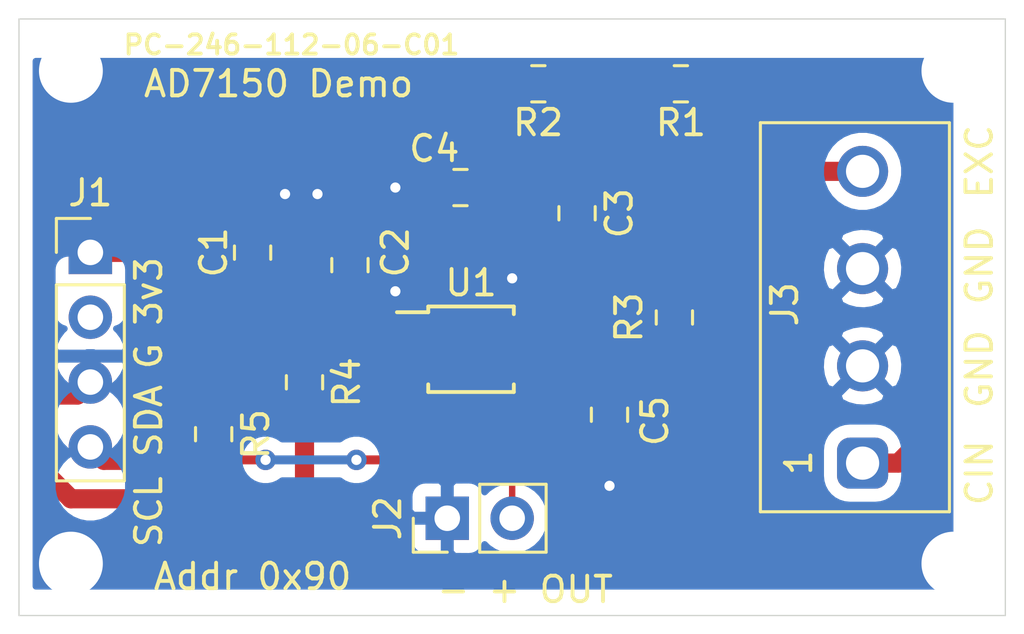
<source format=kicad_pcb>
(kicad_pcb (version 20171130) (host pcbnew "(5.1.6)-1")

  (general
    (thickness 1.6)
    (drawings 16)
    (tracks 100)
    (zones 0)
    (modules 18)
    (nets 14)
  )

  (page A4)
  (layers
    (0 F.Cu signal)
    (31 B.Cu signal)
    (32 B.Adhes user hide)
    (33 F.Adhes user hide)
    (34 B.Paste user hide)
    (35 F.Paste user hide)
    (36 B.SilkS user hide)
    (37 F.SilkS user)
    (38 B.Mask user hide)
    (39 F.Mask user hide)
    (40 Dwgs.User user hide)
    (41 Cmts.User user hide)
    (42 Eco1.User user hide)
    (43 Eco2.User user hide)
    (44 Edge.Cuts user)
    (45 Margin user hide)
    (46 B.CrtYd user hide)
    (47 F.CrtYd user hide)
    (48 B.Fab user hide)
    (49 F.Fab user hide)
  )

  (setup
    (last_trace_width 0.75)
    (user_trace_width 0.35)
    (user_trace_width 0.5)
    (user_trace_width 0.75)
    (trace_clearance 0.2)
    (zone_clearance 0.508)
    (zone_45_only no)
    (trace_min 0.2)
    (via_size 0.8)
    (via_drill 0.4)
    (via_min_size 0.4)
    (via_min_drill 0.3)
    (uvia_size 0.3)
    (uvia_drill 0.1)
    (uvias_allowed no)
    (uvia_min_size 0.2)
    (uvia_min_drill 0.1)
    (edge_width 0.05)
    (segment_width 0.2)
    (pcb_text_width 0.3)
    (pcb_text_size 1.5 1.5)
    (mod_edge_width 0.12)
    (mod_text_size 1 1)
    (mod_text_width 0.15)
    (pad_size 1.7 1.7)
    (pad_drill 1)
    (pad_to_mask_clearance 0.05)
    (aux_axis_origin 0 0)
    (visible_elements 7FFFFFFF)
    (pcbplotparams
      (layerselection 0x000a8_ffffffff)
      (usegerberextensions false)
      (usegerberattributes true)
      (usegerberadvancedattributes true)
      (creategerberjobfile true)
      (excludeedgelayer false)
      (linewidth 0.100000)
      (plotframeref false)
      (viasonmask false)
      (mode 1)
      (useauxorigin false)
      (hpglpennumber 1)
      (hpglpenspeed 20)
      (hpglpendiameter 15.000000)
      (psnegative false)
      (psa4output false)
      (plotreference true)
      (plotvalue true)
      (plotinvisibletext false)
      (padsonsilk false)
      (subtractmaskfromsilk false)
      (outputformat 4)
      (mirror false)
      (drillshape 2)
      (scaleselection 1)
      (outputdirectory ""))
  )

  (net 0 "")
  (net 1 "Net-(C1-Pad2)")
  (net 2 "Net-(C3-Pad1)")
  (net 3 "Net-(C4-Pad1)")
  (net 4 "Net-(C5-Pad1)")
  (net 5 "Net-(J1-Pad4)")
  (net 6 "Net-(J1-Pad3)")
  (net 7 "Net-(J3-Pad4)")
  (net 8 "Net-(J3-Pad1)")
  (net 9 "Net-(U1-Pad8)")
  (net 10 "Net-(J2-Pad2)")
  (net 11 "Net-(U1-Pad5)")
  (net 12 "Net-(U1-Pad3)")
  (net 13 "Net-(C1-Pad1)")

  (net_class Default "This is the default net class."
    (clearance 0.2)
    (trace_width 0.25)
    (via_dia 0.8)
    (via_drill 0.4)
    (uvia_dia 0.3)
    (uvia_drill 0.1)
    (add_net "Net-(C1-Pad1)")
    (add_net "Net-(C1-Pad2)")
    (add_net "Net-(C3-Pad1)")
    (add_net "Net-(C4-Pad1)")
    (add_net "Net-(C5-Pad1)")
    (add_net "Net-(J1-Pad3)")
    (add_net "Net-(J1-Pad4)")
    (add_net "Net-(J2-Pad2)")
    (add_net "Net-(J3-Pad1)")
    (add_net "Net-(J3-Pad4)")
    (add_net "Net-(U1-Pad3)")
    (add_net "Net-(U1-Pad5)")
    (add_net "Net-(U1-Pad8)")
  )

  (module MountingHole:MountingHole_2.5mm (layer F.Cu) (tedit 56D1B4CB) (tstamp 612D5591)
    (at 84.328 89.408)
    (descr "Mounting Hole 2.5mm, no annular")
    (tags "mounting hole 2.5mm no annular")
    (attr virtual)
    (fp_text reference REF** (at 0 3.556) (layer Dwgs.User)
      (effects (font (size 1 1) (thickness 0.15)))
    )
    (fp_text value MountingHole_2.5mm (at 0 3.5) (layer F.Fab)
      (effects (font (size 1 1) (thickness 0.15)))
    )
    (fp_text user %R (at 0.3 0) (layer F.Fab)
      (effects (font (size 1 1) (thickness 0.15)))
    )
    (fp_circle (center 0 0) (end 2.5 0) (layer Cmts.User) (width 0.15))
    (fp_circle (center 0 0) (end 2.75 0) (layer F.CrtYd) (width 0.05))
    (pad 1 np_thru_hole circle (at 0 0) (size 2.5 2.5) (drill 2.5) (layers *.Cu *.Mask))
  )

  (module MountingHole:MountingHole_2.5mm (layer F.Cu) (tedit 56D1B4CB) (tstamp 612D5574)
    (at 118.872 89.408)
    (descr "Mounting Hole 2.5mm, no annular")
    (tags "mounting hole 2.5mm no annular")
    (attr virtual)
    (fp_text reference REF** (at 0 3.556) (layer Dwgs.User)
      (effects (font (size 1 1) (thickness 0.15)))
    )
    (fp_text value MountingHole_2.5mm (at 0 3.5) (layer F.Fab)
      (effects (font (size 1 1) (thickness 0.15)))
    )
    (fp_text user %R (at 0.3 0) (layer F.Fab)
      (effects (font (size 1 1) (thickness 0.15)))
    )
    (fp_circle (center 0 0) (end 2.5 0) (layer Cmts.User) (width 0.15))
    (fp_circle (center 0 0) (end 2.75 0) (layer F.CrtYd) (width 0.05))
    (pad 1 np_thru_hole circle (at 0 0) (size 2.5 2.5) (drill 2.5) (layers *.Cu *.Mask))
  )

  (module MountingHole:MountingHole_2.5mm (layer F.Cu) (tedit 56D1B4CB) (tstamp 612D5557)
    (at 118.872 70.104)
    (descr "Mounting Hole 2.5mm, no annular")
    (tags "mounting hole 2.5mm no annular")
    (attr virtual)
    (fp_text reference REF** (at 0 -3.5) (layer Dwgs.User)
      (effects (font (size 1 1) (thickness 0.15)))
    )
    (fp_text value MountingHole_2.5mm (at 0 3.5) (layer F.Fab)
      (effects (font (size 1 1) (thickness 0.15)))
    )
    (fp_text user %R (at 0.3 0) (layer F.Fab)
      (effects (font (size 1 1) (thickness 0.15)))
    )
    (fp_circle (center 0 0) (end 2.5 0) (layer Cmts.User) (width 0.15))
    (fp_circle (center 0 0) (end 2.75 0) (layer F.CrtYd) (width 0.05))
    (pad 1 np_thru_hole circle (at 0 0) (size 2.5 2.5) (drill 2.5) (layers *.Cu *.Mask))
  )

  (module MountingHole:MountingHole_2.5mm (layer F.Cu) (tedit 56D1B4CB) (tstamp 612D5518)
    (at 84.328 70.104)
    (descr "Mounting Hole 2.5mm, no annular")
    (tags "mounting hole 2.5mm no annular")
    (attr virtual)
    (fp_text reference REF** (at 0 -3.5) (layer Dwgs.User)
      (effects (font (size 1 1) (thickness 0.15)))
    )
    (fp_text value MountingHole_2.5mm (at 0 3.5) (layer F.Fab)
      (effects (font (size 1 1) (thickness 0.15)))
    )
    (fp_text user %R (at 0.3 0) (layer F.Fab)
      (effects (font (size 1 1) (thickness 0.15)))
    )
    (fp_circle (center 0 0) (end 2.5 0) (layer Cmts.User) (width 0.15))
    (fp_circle (center 0 0) (end 2.75 0) (layer F.CrtYd) (width 0.05))
    (pad 1 np_thru_hole circle (at 0 0) (size 2.5 2.5) (drill 2.5) (layers *.Cu *.Mask))
  )

  (module Resistor_SMD:R_0805_2012Metric_Pad1.15x1.40mm_HandSolder (layer F.Cu) (tedit 5B36C52B) (tstamp 612A783E)
    (at 108.204 70.612)
    (descr "Resistor SMD 0805 (2012 Metric), square (rectangular) end terminal, IPC_7351 nominal with elongated pad for handsoldering. (Body size source: https://docs.google.com/spreadsheets/d/1BsfQQcO9C6DZCsRaXUlFlo91Tg2WpOkGARC1WS5S8t0/edit?usp=sharing), generated with kicad-footprint-generator")
    (tags "resistor handsolder")
    (path /612A5258)
    (attr smd)
    (fp_text reference R1 (at 0 1.524) (layer F.SilkS)
      (effects (font (size 1 1) (thickness 0.15)))
    )
    (fp_text value 39k (at 0 1.65) (layer F.Fab)
      (effects (font (size 1 1) (thickness 0.15)))
    )
    (fp_line (start 1.85 0.95) (end -1.85 0.95) (layer F.CrtYd) (width 0.05))
    (fp_line (start 1.85 -0.95) (end 1.85 0.95) (layer F.CrtYd) (width 0.05))
    (fp_line (start -1.85 -0.95) (end 1.85 -0.95) (layer F.CrtYd) (width 0.05))
    (fp_line (start -1.85 0.95) (end -1.85 -0.95) (layer F.CrtYd) (width 0.05))
    (fp_line (start -0.261252 0.71) (end 0.261252 0.71) (layer F.SilkS) (width 0.12))
    (fp_line (start -0.261252 -0.71) (end 0.261252 -0.71) (layer F.SilkS) (width 0.12))
    (fp_line (start 1 0.6) (end -1 0.6) (layer F.Fab) (width 0.1))
    (fp_line (start 1 -0.6) (end 1 0.6) (layer F.Fab) (width 0.1))
    (fp_line (start -1 -0.6) (end 1 -0.6) (layer F.Fab) (width 0.1))
    (fp_line (start -1 0.6) (end -1 -0.6) (layer F.Fab) (width 0.1))
    (fp_text user %R (at 0 0) (layer F.Fab)
      (effects (font (size 0.5 0.5) (thickness 0.08)))
    )
    (pad 2 smd roundrect (at 1.025 0) (size 1.15 1.4) (layers F.Cu F.Paste F.Mask) (roundrect_rratio 0.217391)
      (net 8 "Net-(J3-Pad1)"))
    (pad 1 smd roundrect (at -1.025 0) (size 1.15 1.4) (layers F.Cu F.Paste F.Mask) (roundrect_rratio 0.217391)
      (net 2 "Net-(C3-Pad1)"))
    (model ${KISYS3DMOD}/Resistor_SMD.3dshapes/R_0805_2012Metric.wrl
      (at (xyz 0 0 0))
      (scale (xyz 1 1 1))
      (rotate (xyz 0 0 0))
    )
  )

  (module Package_SO:MSOP-10_3x3mm_P0.5mm (layer F.Cu) (tedit 5A02F25C) (tstamp 612A78A1)
    (at 99.99 81.01)
    (descr "10-Lead Plastic Micro Small Outline Package (MS) [MSOP] (see Microchip Packaging Specification 00000049BS.pdf)")
    (tags "SSOP 0.5")
    (path /6129718A)
    (attr smd)
    (fp_text reference U1 (at 0 -2.6) (layer F.SilkS)
      (effects (font (size 1 1) (thickness 0.15)))
    )
    (fp_text value AD7151 (at 0 2.6) (layer F.Fab)
      (effects (font (size 1 1) (thickness 0.15)))
    )
    (fp_line (start -1.675 -1.45) (end -2.9 -1.45) (layer F.SilkS) (width 0.15))
    (fp_line (start -1.675 1.675) (end 1.675 1.675) (layer F.SilkS) (width 0.15))
    (fp_line (start -1.675 -1.675) (end 1.675 -1.675) (layer F.SilkS) (width 0.15))
    (fp_line (start -1.675 1.675) (end -1.675 1.375) (layer F.SilkS) (width 0.15))
    (fp_line (start 1.675 1.675) (end 1.675 1.375) (layer F.SilkS) (width 0.15))
    (fp_line (start 1.675 -1.675) (end 1.675 -1.375) (layer F.SilkS) (width 0.15))
    (fp_line (start -1.675 -1.675) (end -1.675 -1.45) (layer F.SilkS) (width 0.15))
    (fp_line (start -3.15 1.85) (end 3.15 1.85) (layer F.CrtYd) (width 0.05))
    (fp_line (start -3.15 -1.85) (end 3.15 -1.85) (layer F.CrtYd) (width 0.05))
    (fp_line (start 3.15 -1.85) (end 3.15 1.85) (layer F.CrtYd) (width 0.05))
    (fp_line (start -3.15 -1.85) (end -3.15 1.85) (layer F.CrtYd) (width 0.05))
    (fp_line (start -1.5 -0.5) (end -0.5 -1.5) (layer F.Fab) (width 0.15))
    (fp_line (start -1.5 1.5) (end -1.5 -0.5) (layer F.Fab) (width 0.15))
    (fp_line (start 1.5 1.5) (end -1.5 1.5) (layer F.Fab) (width 0.15))
    (fp_line (start 1.5 -1.5) (end 1.5 1.5) (layer F.Fab) (width 0.15))
    (fp_line (start -0.5 -1.5) (end 1.5 -1.5) (layer F.Fab) (width 0.15))
    (fp_text user %R (at 0 0) (layer F.Fab)
      (effects (font (size 0.6 0.6) (thickness 0.15)))
    )
    (pad 10 smd rect (at 2.2 -1) (size 1.4 0.3) (layers F.Cu F.Paste F.Mask)
      (net 6 "Net-(J1-Pad3)"))
    (pad 9 smd rect (at 2.2 -0.5) (size 1.4 0.3) (layers F.Cu F.Paste F.Mask)
      (net 5 "Net-(J1-Pad4)"))
    (pad 8 smd rect (at 2.2 0) (size 1.4 0.3) (layers F.Cu F.Paste F.Mask)
      (net 9 "Net-(U1-Pad8)"))
    (pad 7 smd rect (at 2.2 0.5) (size 1.4 0.3) (layers F.Cu F.Paste F.Mask)
      (net 10 "Net-(J2-Pad2)"))
    (pad 6 smd rect (at 2.2 1) (size 1.4 0.3) (layers F.Cu F.Paste F.Mask)
      (net 4 "Net-(C5-Pad1)"))
    (pad 5 smd rect (at -2.2 1) (size 1.4 0.3) (layers F.Cu F.Paste F.Mask)
      (net 11 "Net-(U1-Pad5)"))
    (pad 4 smd rect (at -2.2 0.5) (size 1.4 0.3) (layers F.Cu F.Paste F.Mask)
      (net 3 "Net-(C4-Pad1)"))
    (pad 3 smd rect (at -2.2 0) (size 1.4 0.3) (layers F.Cu F.Paste F.Mask)
      (net 12 "Net-(U1-Pad3)"))
    (pad 2 smd rect (at -2.2 -0.5) (size 1.4 0.3) (layers F.Cu F.Paste F.Mask)
      (net 1 "Net-(C1-Pad2)"))
    (pad 1 smd rect (at -2.2 -1) (size 1.4 0.3) (layers F.Cu F.Paste F.Mask)
      (net 13 "Net-(C1-Pad1)"))
    (model ${KISYS3DMOD}/Package_SO.3dshapes/MSOP-10_3x3mm_P0.5mm.wrl
      (at (xyz 0 0 0))
      (scale (xyz 1 1 1))
      (rotate (xyz 0 0 0))
    )
  )

  (module Resistor_SMD:R_0805_2012Metric_Pad1.15x1.40mm_HandSolder (layer F.Cu) (tedit 5B36C52B) (tstamp 612A7882)
    (at 89.916 84.337 270)
    (descr "Resistor SMD 0805 (2012 Metric), square (rectangular) end terminal, IPC_7351 nominal with elongated pad for handsoldering. (Body size source: https://docs.google.com/spreadsheets/d/1BsfQQcO9C6DZCsRaXUlFlo91Tg2WpOkGARC1WS5S8t0/edit?usp=sharing), generated with kicad-footprint-generator")
    (tags "resistor handsolder")
    (path /612B70BC)
    (attr smd)
    (fp_text reference R5 (at 0 -1.65 90) (layer F.SilkS)
      (effects (font (size 1 1) (thickness 0.15)))
    )
    (fp_text value 10k (at 0 1.65 90) (layer F.Fab)
      (effects (font (size 1 1) (thickness 0.15)))
    )
    (fp_line (start 1.85 0.95) (end -1.85 0.95) (layer F.CrtYd) (width 0.05))
    (fp_line (start 1.85 -0.95) (end 1.85 0.95) (layer F.CrtYd) (width 0.05))
    (fp_line (start -1.85 -0.95) (end 1.85 -0.95) (layer F.CrtYd) (width 0.05))
    (fp_line (start -1.85 0.95) (end -1.85 -0.95) (layer F.CrtYd) (width 0.05))
    (fp_line (start -0.261252 0.71) (end 0.261252 0.71) (layer F.SilkS) (width 0.12))
    (fp_line (start -0.261252 -0.71) (end 0.261252 -0.71) (layer F.SilkS) (width 0.12))
    (fp_line (start 1 0.6) (end -1 0.6) (layer F.Fab) (width 0.1))
    (fp_line (start 1 -0.6) (end 1 0.6) (layer F.Fab) (width 0.1))
    (fp_line (start -1 -0.6) (end 1 -0.6) (layer F.Fab) (width 0.1))
    (fp_line (start -1 0.6) (end -1 -0.6) (layer F.Fab) (width 0.1))
    (fp_text user %R (at 0 0 90) (layer F.Fab)
      (effects (font (size 0.5 0.5) (thickness 0.08)))
    )
    (pad 2 smd roundrect (at 1.025 0 270) (size 1.15 1.4) (layers F.Cu F.Paste F.Mask) (roundrect_rratio 0.217391)
      (net 5 "Net-(J1-Pad4)"))
    (pad 1 smd roundrect (at -1.025 0 270) (size 1.15 1.4) (layers F.Cu F.Paste F.Mask) (roundrect_rratio 0.217391)
      (net 1 "Net-(C1-Pad2)"))
    (model ${KISYS3DMOD}/Resistor_SMD.3dshapes/R_0805_2012Metric.wrl
      (at (xyz 0 0 0))
      (scale (xyz 1 1 1))
      (rotate (xyz 0 0 0))
    )
  )

  (module Resistor_SMD:R_0805_2012Metric_Pad1.15x1.40mm_HandSolder (layer F.Cu) (tedit 5B36C52B) (tstamp 612A7871)
    (at 93.472 82.305 270)
    (descr "Resistor SMD 0805 (2012 Metric), square (rectangular) end terminal, IPC_7351 nominal with elongated pad for handsoldering. (Body size source: https://docs.google.com/spreadsheets/d/1BsfQQcO9C6DZCsRaXUlFlo91Tg2WpOkGARC1WS5S8t0/edit?usp=sharing), generated with kicad-footprint-generator")
    (tags "resistor handsolder")
    (path /612B6792)
    (attr smd)
    (fp_text reference R4 (at 0 -1.65 90) (layer F.SilkS)
      (effects (font (size 1 1) (thickness 0.15)))
    )
    (fp_text value 10k (at 0 1.65 90) (layer F.Fab)
      (effects (font (size 1 1) (thickness 0.15)))
    )
    (fp_line (start 1.85 0.95) (end -1.85 0.95) (layer F.CrtYd) (width 0.05))
    (fp_line (start 1.85 -0.95) (end 1.85 0.95) (layer F.CrtYd) (width 0.05))
    (fp_line (start -1.85 -0.95) (end 1.85 -0.95) (layer F.CrtYd) (width 0.05))
    (fp_line (start -1.85 0.95) (end -1.85 -0.95) (layer F.CrtYd) (width 0.05))
    (fp_line (start -0.261252 0.71) (end 0.261252 0.71) (layer F.SilkS) (width 0.12))
    (fp_line (start -0.261252 -0.71) (end 0.261252 -0.71) (layer F.SilkS) (width 0.12))
    (fp_line (start 1 0.6) (end -1 0.6) (layer F.Fab) (width 0.1))
    (fp_line (start 1 -0.6) (end 1 0.6) (layer F.Fab) (width 0.1))
    (fp_line (start -1 -0.6) (end 1 -0.6) (layer F.Fab) (width 0.1))
    (fp_line (start -1 0.6) (end -1 -0.6) (layer F.Fab) (width 0.1))
    (fp_text user %R (at 0 0 90) (layer F.Fab)
      (effects (font (size 0.5 0.5) (thickness 0.08)))
    )
    (pad 2 smd roundrect (at 1.025 0 270) (size 1.15 1.4) (layers F.Cu F.Paste F.Mask) (roundrect_rratio 0.217391)
      (net 6 "Net-(J1-Pad3)"))
    (pad 1 smd roundrect (at -1.025 0 270) (size 1.15 1.4) (layers F.Cu F.Paste F.Mask) (roundrect_rratio 0.217391)
      (net 1 "Net-(C1-Pad2)"))
    (model ${KISYS3DMOD}/Resistor_SMD.3dshapes/R_0805_2012Metric.wrl
      (at (xyz 0 0 0))
      (scale (xyz 1 1 1))
      (rotate (xyz 0 0 0))
    )
  )

  (module Resistor_SMD:R_0805_2012Metric_Pad1.15x1.40mm_HandSolder (layer F.Cu) (tedit 5B36C52B) (tstamp 612A7860)
    (at 107.95 79.765 90)
    (descr "Resistor SMD 0805 (2012 Metric), square (rectangular) end terminal, IPC_7351 nominal with elongated pad for handsoldering. (Body size source: https://docs.google.com/spreadsheets/d/1BsfQQcO9C6DZCsRaXUlFlo91Tg2WpOkGARC1WS5S8t0/edit?usp=sharing), generated with kicad-footprint-generator")
    (tags "resistor handsolder")
    (path /612A48FB)
    (attr smd)
    (fp_text reference R3 (at 0 -1.778 90) (layer F.SilkS)
      (effects (font (size 1 1) (thickness 0.15)))
    )
    (fp_text value 10k (at 0 1.65 90) (layer F.Fab)
      (effects (font (size 1 1) (thickness 0.15)))
    )
    (fp_line (start 1.85 0.95) (end -1.85 0.95) (layer F.CrtYd) (width 0.05))
    (fp_line (start 1.85 -0.95) (end 1.85 0.95) (layer F.CrtYd) (width 0.05))
    (fp_line (start -1.85 -0.95) (end 1.85 -0.95) (layer F.CrtYd) (width 0.05))
    (fp_line (start -1.85 0.95) (end -1.85 -0.95) (layer F.CrtYd) (width 0.05))
    (fp_line (start -0.261252 0.71) (end 0.261252 0.71) (layer F.SilkS) (width 0.12))
    (fp_line (start -0.261252 -0.71) (end 0.261252 -0.71) (layer F.SilkS) (width 0.12))
    (fp_line (start 1 0.6) (end -1 0.6) (layer F.Fab) (width 0.1))
    (fp_line (start 1 -0.6) (end 1 0.6) (layer F.Fab) (width 0.1))
    (fp_line (start -1 -0.6) (end 1 -0.6) (layer F.Fab) (width 0.1))
    (fp_line (start -1 0.6) (end -1 -0.6) (layer F.Fab) (width 0.1))
    (fp_text user %R (at 0 0 90) (layer F.Fab)
      (effects (font (size 0.5 0.5) (thickness 0.08)))
    )
    (pad 2 smd roundrect (at 1.025 0 90) (size 1.15 1.4) (layers F.Cu F.Paste F.Mask) (roundrect_rratio 0.217391)
      (net 7 "Net-(J3-Pad4)"))
    (pad 1 smd roundrect (at -1.025 0 90) (size 1.15 1.4) (layers F.Cu F.Paste F.Mask) (roundrect_rratio 0.217391)
      (net 4 "Net-(C5-Pad1)"))
    (model ${KISYS3DMOD}/Resistor_SMD.3dshapes/R_0805_2012Metric.wrl
      (at (xyz 0 0 0))
      (scale (xyz 1 1 1))
      (rotate (xyz 0 0 0))
    )
  )

  (module Resistor_SMD:R_0805_2012Metric_Pad1.15x1.40mm_HandSolder (layer F.Cu) (tedit 5B36C52B) (tstamp 612A784F)
    (at 102.625 70.612)
    (descr "Resistor SMD 0805 (2012 Metric), square (rectangular) end terminal, IPC_7351 nominal with elongated pad for handsoldering. (Body size source: https://docs.google.com/spreadsheets/d/1BsfQQcO9C6DZCsRaXUlFlo91Tg2WpOkGARC1WS5S8t0/edit?usp=sharing), generated with kicad-footprint-generator")
    (tags "resistor handsolder")
    (path /612A5751)
    (attr smd)
    (fp_text reference R2 (at -0.009 1.524) (layer F.SilkS)
      (effects (font (size 1 1) (thickness 0.15)))
    )
    (fp_text value 82k (at 0 1.65) (layer F.Fab)
      (effects (font (size 1 1) (thickness 0.15)))
    )
    (fp_line (start 1.85 0.95) (end -1.85 0.95) (layer F.CrtYd) (width 0.05))
    (fp_line (start 1.85 -0.95) (end 1.85 0.95) (layer F.CrtYd) (width 0.05))
    (fp_line (start -1.85 -0.95) (end 1.85 -0.95) (layer F.CrtYd) (width 0.05))
    (fp_line (start -1.85 0.95) (end -1.85 -0.95) (layer F.CrtYd) (width 0.05))
    (fp_line (start -0.261252 0.71) (end 0.261252 0.71) (layer F.SilkS) (width 0.12))
    (fp_line (start -0.261252 -0.71) (end 0.261252 -0.71) (layer F.SilkS) (width 0.12))
    (fp_line (start 1 0.6) (end -1 0.6) (layer F.Fab) (width 0.1))
    (fp_line (start 1 -0.6) (end 1 0.6) (layer F.Fab) (width 0.1))
    (fp_line (start -1 -0.6) (end 1 -0.6) (layer F.Fab) (width 0.1))
    (fp_line (start -1 0.6) (end -1 -0.6) (layer F.Fab) (width 0.1))
    (fp_text user %R (at 0 0) (layer F.Fab)
      (effects (font (size 0.5 0.5) (thickness 0.08)))
    )
    (pad 2 smd roundrect (at 1.025 0) (size 1.15 1.4) (layers F.Cu F.Paste F.Mask) (roundrect_rratio 0.217391)
      (net 2 "Net-(C3-Pad1)"))
    (pad 1 smd roundrect (at -1.025 0) (size 1.15 1.4) (layers F.Cu F.Paste F.Mask) (roundrect_rratio 0.217391)
      (net 3 "Net-(C4-Pad1)"))
    (model ${KISYS3DMOD}/Resistor_SMD.3dshapes/R_0805_2012Metric.wrl
      (at (xyz 0 0 0))
      (scale (xyz 1 1 1))
      (rotate (xyz 0 0 0))
    )
  )

  (module "CapLevelSensorAD:Amphenol Anytech YO 3.81mm 4p" (layer F.Cu) (tedit 612A6780) (tstamp 612A782D)
    (at 115.316 79.756 90)
    (path /612C1DCE)
    (fp_text reference J3 (at 0.508 -3.048 90) (layer F.SilkS)
      (effects (font (size 1 1) (thickness 0.15)))
    )
    (fp_text value Conn_01x04_Male (at 0 4.064 90) (layer F.Fab)
      (effects (font (size 1 1) (thickness 0.15)))
    )
    (fp_line (start 7.62 3.4) (end -7.62 3.4) (layer F.SilkS) (width 0.12))
    (fp_line (start 7.62 -4) (end 7.62 3.4) (layer F.SilkS) (width 0.12))
    (fp_line (start -7.62 -4) (end 7.62 -4) (layer F.SilkS) (width 0.12))
    (fp_line (start -7.62 -4) (end -7.62 3.4) (layer F.SilkS) (width 0.12))
    (fp_text user 1 (at -5.7 -2.5 90) (layer F.SilkS)
      (effects (font (size 1 1) (thickness 0.15)))
    )
    (pad 4 thru_hole circle (at 5.715 0 90) (size 2 2) (drill 1.3) (layers *.Cu *.Mask)
      (net 7 "Net-(J3-Pad4)"))
    (pad 3 thru_hole circle (at 1.905 0 90) (size 2 2) (drill 1.3) (layers *.Cu *.Mask)
      (net 13 "Net-(C1-Pad1)"))
    (pad 2 thru_hole circle (at -1.905 0 90) (size 2 2) (drill 1.3) (layers *.Cu *.Mask)
      (net 13 "Net-(C1-Pad1)"))
    (pad 1 thru_hole roundrect (at -5.715 0 90) (size 2 2) (drill 1.3) (layers *.Cu *.Mask) (roundrect_rratio 0.25)
      (net 8 "Net-(J3-Pad1)"))
  )

  (module Connector_PinHeader_2.54mm:PinHeader_1x02_P2.54mm_Vertical (layer F.Cu) (tedit 59FED5CC) (tstamp 612A781F)
    (at 99.06 87.63 90)
    (descr "Through hole straight pin header, 1x02, 2.54mm pitch, single row")
    (tags "Through hole pin header THT 1x02 2.54mm single row")
    (path /612997D8)
    (fp_text reference J2 (at 0 -2.33 90) (layer F.SilkS)
      (effects (font (size 1 1) (thickness 0.15)))
    )
    (fp_text value Conn_01x02_Male (at -2.54 1.27 180) (layer F.Fab)
      (effects (font (size 1 1) (thickness 0.15)))
    )
    (fp_line (start 1.8 -1.8) (end -1.8 -1.8) (layer F.CrtYd) (width 0.05))
    (fp_line (start 1.8 4.35) (end 1.8 -1.8) (layer F.CrtYd) (width 0.05))
    (fp_line (start -1.8 4.35) (end 1.8 4.35) (layer F.CrtYd) (width 0.05))
    (fp_line (start -1.8 -1.8) (end -1.8 4.35) (layer F.CrtYd) (width 0.05))
    (fp_line (start -1.33 -1.33) (end 0 -1.33) (layer F.SilkS) (width 0.12))
    (fp_line (start -1.33 0) (end -1.33 -1.33) (layer F.SilkS) (width 0.12))
    (fp_line (start -1.33 1.27) (end 1.33 1.27) (layer F.SilkS) (width 0.12))
    (fp_line (start 1.33 1.27) (end 1.33 3.87) (layer F.SilkS) (width 0.12))
    (fp_line (start -1.33 1.27) (end -1.33 3.87) (layer F.SilkS) (width 0.12))
    (fp_line (start -1.33 3.87) (end 1.33 3.87) (layer F.SilkS) (width 0.12))
    (fp_line (start -1.27 -0.635) (end -0.635 -1.27) (layer F.Fab) (width 0.1))
    (fp_line (start -1.27 3.81) (end -1.27 -0.635) (layer F.Fab) (width 0.1))
    (fp_line (start 1.27 3.81) (end -1.27 3.81) (layer F.Fab) (width 0.1))
    (fp_line (start 1.27 -1.27) (end 1.27 3.81) (layer F.Fab) (width 0.1))
    (fp_line (start -0.635 -1.27) (end 1.27 -1.27) (layer F.Fab) (width 0.1))
    (fp_text user %R (at 0 1.27) (layer F.Fab)
      (effects (font (size 1 1) (thickness 0.15)))
    )
    (pad 2 thru_hole oval (at 0 2.54 90) (size 1.7 1.7) (drill 1) (layers *.Cu *.Mask)
      (net 10 "Net-(J2-Pad2)"))
    (pad 1 thru_hole rect (at 0 0 90) (size 1.7 1.7) (drill 1) (layers *.Cu *.Mask)
      (net 13 "Net-(C1-Pad1)"))
    (model ${KISYS3DMOD}/Connector_PinHeader_2.54mm.3dshapes/PinHeader_1x02_P2.54mm_Vertical.wrl
      (at (xyz 0 0 0))
      (scale (xyz 1 1 1))
      (rotate (xyz 0 0 0))
    )
  )

  (module Connector_PinHeader_2.54mm:PinHeader_1x04_P2.54mm_Vertical (layer F.Cu) (tedit 612A774B) (tstamp 612A7809)
    (at 85.09 77.216)
    (descr "Through hole straight pin header, 1x04, 2.54mm pitch, single row")
    (tags "Through hole pin header THT 1x04 2.54mm single row")
    (path /6129822C)
    (fp_text reference J1 (at 0 -2.33) (layer F.SilkS)
      (effects (font (size 1 1) (thickness 0.15)))
    )
    (fp_text value Conn_01x04_Male (at 0 9.95) (layer F.Fab)
      (effects (font (size 1 1) (thickness 0.15)))
    )
    (fp_line (start 1.8 -1.8) (end -1.8 -1.8) (layer F.CrtYd) (width 0.05))
    (fp_line (start 1.8 9.4) (end 1.8 -1.8) (layer F.CrtYd) (width 0.05))
    (fp_line (start -1.8 9.4) (end 1.8 9.4) (layer F.CrtYd) (width 0.05))
    (fp_line (start -1.8 -1.8) (end -1.8 9.4) (layer F.CrtYd) (width 0.05))
    (fp_line (start -1.33 -1.33) (end 0 -1.33) (layer F.SilkS) (width 0.12))
    (fp_line (start -1.33 0) (end -1.33 -1.33) (layer F.SilkS) (width 0.12))
    (fp_line (start -1.33 1.27) (end 1.33 1.27) (layer F.SilkS) (width 0.12))
    (fp_line (start 1.33 1.27) (end 1.33 8.95) (layer F.SilkS) (width 0.12))
    (fp_line (start -1.33 1.27) (end -1.33 8.95) (layer F.SilkS) (width 0.12))
    (fp_line (start -1.33 8.95) (end 1.33 8.95) (layer F.SilkS) (width 0.12))
    (fp_line (start -1.27 -0.635) (end -0.635 -1.27) (layer F.Fab) (width 0.1))
    (fp_line (start -1.27 8.89) (end -1.27 -0.635) (layer F.Fab) (width 0.1))
    (fp_line (start 1.27 8.89) (end -1.27 8.89) (layer F.Fab) (width 0.1))
    (fp_line (start 1.27 -1.27) (end 1.27 8.89) (layer F.Fab) (width 0.1))
    (fp_line (start -0.635 -1.27) (end 1.27 -1.27) (layer F.Fab) (width 0.1))
    (fp_text user %R (at 0 3.81 90) (layer F.Fab)
      (effects (font (size 1 1) (thickness 0.15)))
    )
    (pad 4 thru_hole oval (at 0 7.62) (size 1.7 1.7) (drill 1) (layers *.Cu *.Mask)
      (net 5 "Net-(J1-Pad4)"))
    (pad 3 thru_hole oval (at 0 5.08) (size 1.7 1.7) (drill 1) (layers *.Cu *.Mask)
      (net 6 "Net-(J1-Pad3)"))
    (pad 2 thru_hole oval (at 0 2.54) (size 1.7 1.7) (drill 1) (layers *.Cu *.Mask)
      (net 13 "Net-(C1-Pad1)"))
    (pad 1 thru_hole rect (at 0 0) (size 1.7 1.7) (drill 1) (layers *.Cu *.Mask)
      (net 1 "Net-(C1-Pad2)"))
    (model ${KISYS3DMOD}/Connector_PinHeader_2.54mm.3dshapes/PinHeader_1x04_P2.54mm_Vertical.wrl
      (at (xyz 0 0 0))
      (scale (xyz 1 1 1))
      (rotate (xyz 0 0 0))
    )
  )

  (module Capacitor_SMD:C_0805_2012Metric_Pad1.15x1.40mm_HandSolder (layer F.Cu) (tedit 5B36C52B) (tstamp 612A77F1)
    (at 105.41 83.575 270)
    (descr "Capacitor SMD 0805 (2012 Metric), square (rectangular) end terminal, IPC_7351 nominal with elongated pad for handsoldering. (Body size source: https://docs.google.com/spreadsheets/d/1BsfQQcO9C6DZCsRaXUlFlo91Tg2WpOkGARC1WS5S8t0/edit?usp=sharing), generated with kicad-footprint-generator")
    (tags "capacitor handsolder")
    (path /612A3E70)
    (attr smd)
    (fp_text reference C5 (at 0.245 -1.778 90) (layer F.SilkS)
      (effects (font (size 1 1) (thickness 0.15)))
    )
    (fp_text value 47pF (at 0 1.65 90) (layer F.Fab)
      (effects (font (size 1 1) (thickness 0.15)))
    )
    (fp_line (start 1.85 0.95) (end -1.85 0.95) (layer F.CrtYd) (width 0.05))
    (fp_line (start 1.85 -0.95) (end 1.85 0.95) (layer F.CrtYd) (width 0.05))
    (fp_line (start -1.85 -0.95) (end 1.85 -0.95) (layer F.CrtYd) (width 0.05))
    (fp_line (start -1.85 0.95) (end -1.85 -0.95) (layer F.CrtYd) (width 0.05))
    (fp_line (start -0.261252 0.71) (end 0.261252 0.71) (layer F.SilkS) (width 0.12))
    (fp_line (start -0.261252 -0.71) (end 0.261252 -0.71) (layer F.SilkS) (width 0.12))
    (fp_line (start 1 0.6) (end -1 0.6) (layer F.Fab) (width 0.1))
    (fp_line (start 1 -0.6) (end 1 0.6) (layer F.Fab) (width 0.1))
    (fp_line (start -1 -0.6) (end 1 -0.6) (layer F.Fab) (width 0.1))
    (fp_line (start -1 0.6) (end -1 -0.6) (layer F.Fab) (width 0.1))
    (fp_text user %R (at 0 0 90) (layer F.Fab)
      (effects (font (size 0.5 0.5) (thickness 0.08)))
    )
    (pad 2 smd roundrect (at 1.025 0 270) (size 1.15 1.4) (layers F.Cu F.Paste F.Mask) (roundrect_rratio 0.217391)
      (net 13 "Net-(C1-Pad1)"))
    (pad 1 smd roundrect (at -1.025 0 270) (size 1.15 1.4) (layers F.Cu F.Paste F.Mask) (roundrect_rratio 0.217391)
      (net 4 "Net-(C5-Pad1)"))
    (model ${KISYS3DMOD}/Capacitor_SMD.3dshapes/C_0805_2012Metric.wrl
      (at (xyz 0 0 0))
      (scale (xyz 1 1 1))
      (rotate (xyz 0 0 0))
    )
  )

  (module Capacitor_SMD:C_0805_2012Metric_Pad1.15x1.40mm_HandSolder (layer F.Cu) (tedit 5B36C52B) (tstamp 612A77E0)
    (at 99.577 74.676 180)
    (descr "Capacitor SMD 0805 (2012 Metric), square (rectangular) end terminal, IPC_7351 nominal with elongated pad for handsoldering. (Body size source: https://docs.google.com/spreadsheets/d/1BsfQQcO9C6DZCsRaXUlFlo91Tg2WpOkGARC1WS5S8t0/edit?usp=sharing), generated with kicad-footprint-generator")
    (tags "capacitor handsolder")
    (path /612A34A0)
    (attr smd)
    (fp_text reference C4 (at 1.025 1.524) (layer F.SilkS)
      (effects (font (size 1 1) (thickness 0.15)))
    )
    (fp_text value 22pF (at 0 1.65) (layer F.Fab)
      (effects (font (size 1 1) (thickness 0.15)))
    )
    (fp_line (start 1.85 0.95) (end -1.85 0.95) (layer F.CrtYd) (width 0.05))
    (fp_line (start 1.85 -0.95) (end 1.85 0.95) (layer F.CrtYd) (width 0.05))
    (fp_line (start -1.85 -0.95) (end 1.85 -0.95) (layer F.CrtYd) (width 0.05))
    (fp_line (start -1.85 0.95) (end -1.85 -0.95) (layer F.CrtYd) (width 0.05))
    (fp_line (start -0.261252 0.71) (end 0.261252 0.71) (layer F.SilkS) (width 0.12))
    (fp_line (start -0.261252 -0.71) (end 0.261252 -0.71) (layer F.SilkS) (width 0.12))
    (fp_line (start 1 0.6) (end -1 0.6) (layer F.Fab) (width 0.1))
    (fp_line (start 1 -0.6) (end 1 0.6) (layer F.Fab) (width 0.1))
    (fp_line (start -1 -0.6) (end 1 -0.6) (layer F.Fab) (width 0.1))
    (fp_line (start -1 0.6) (end -1 -0.6) (layer F.Fab) (width 0.1))
    (fp_text user %R (at 0 0) (layer F.Fab)
      (effects (font (size 0.5 0.5) (thickness 0.08)))
    )
    (pad 2 smd roundrect (at 1.025 0 180) (size 1.15 1.4) (layers F.Cu F.Paste F.Mask) (roundrect_rratio 0.217391)
      (net 13 "Net-(C1-Pad1)"))
    (pad 1 smd roundrect (at -1.025 0 180) (size 1.15 1.4) (layers F.Cu F.Paste F.Mask) (roundrect_rratio 0.217391)
      (net 3 "Net-(C4-Pad1)"))
    (model ${KISYS3DMOD}/Capacitor_SMD.3dshapes/C_0805_2012Metric.wrl
      (at (xyz 0 0 0))
      (scale (xyz 1 1 1))
      (rotate (xyz 0 0 0))
    )
  )

  (module Capacitor_SMD:C_0805_2012Metric_Pad1.15x1.40mm_HandSolder (layer F.Cu) (tedit 5B36C52B) (tstamp 612A77CF)
    (at 104.14 75.683 270)
    (descr "Capacitor SMD 0805 (2012 Metric), square (rectangular) end terminal, IPC_7351 nominal with elongated pad for handsoldering. (Body size source: https://docs.google.com/spreadsheets/d/1BsfQQcO9C6DZCsRaXUlFlo91Tg2WpOkGARC1WS5S8t0/edit?usp=sharing), generated with kicad-footprint-generator")
    (tags "capacitor handsolder")
    (path /612AB2CE)
    (attr smd)
    (fp_text reference C3 (at 0 -1.65 90) (layer F.SilkS)
      (effects (font (size 1 1) (thickness 0.15)))
    )
    (fp_text value 68pF (at 0 1.65 90) (layer F.Fab)
      (effects (font (size 1 1) (thickness 0.15)))
    )
    (fp_line (start 1.85 0.95) (end -1.85 0.95) (layer F.CrtYd) (width 0.05))
    (fp_line (start 1.85 -0.95) (end 1.85 0.95) (layer F.CrtYd) (width 0.05))
    (fp_line (start -1.85 -0.95) (end 1.85 -0.95) (layer F.CrtYd) (width 0.05))
    (fp_line (start -1.85 0.95) (end -1.85 -0.95) (layer F.CrtYd) (width 0.05))
    (fp_line (start -0.261252 0.71) (end 0.261252 0.71) (layer F.SilkS) (width 0.12))
    (fp_line (start -0.261252 -0.71) (end 0.261252 -0.71) (layer F.SilkS) (width 0.12))
    (fp_line (start 1 0.6) (end -1 0.6) (layer F.Fab) (width 0.1))
    (fp_line (start 1 -0.6) (end 1 0.6) (layer F.Fab) (width 0.1))
    (fp_line (start -1 -0.6) (end 1 -0.6) (layer F.Fab) (width 0.1))
    (fp_line (start -1 0.6) (end -1 -0.6) (layer F.Fab) (width 0.1))
    (fp_text user %R (at 0 0 90) (layer F.Fab)
      (effects (font (size 0.5 0.5) (thickness 0.08)))
    )
    (pad 2 smd roundrect (at 1.025 0 270) (size 1.15 1.4) (layers F.Cu F.Paste F.Mask) (roundrect_rratio 0.217391)
      (net 13 "Net-(C1-Pad1)"))
    (pad 1 smd roundrect (at -1.025 0 270) (size 1.15 1.4) (layers F.Cu F.Paste F.Mask) (roundrect_rratio 0.217391)
      (net 2 "Net-(C3-Pad1)"))
    (model ${KISYS3DMOD}/Capacitor_SMD.3dshapes/C_0805_2012Metric.wrl
      (at (xyz 0 0 0))
      (scale (xyz 1 1 1))
      (rotate (xyz 0 0 0))
    )
  )

  (module Capacitor_SMD:C_0805_2012Metric_Pad1.15x1.40mm_HandSolder (layer F.Cu) (tedit 5B36C52B) (tstamp 612A8110)
    (at 95.25 77.715 270)
    (descr "Capacitor SMD 0805 (2012 Metric), square (rectangular) end terminal, IPC_7351 nominal with elongated pad for handsoldering. (Body size source: https://docs.google.com/spreadsheets/d/1BsfQQcO9C6DZCsRaXUlFlo91Tg2WpOkGARC1WS5S8t0/edit?usp=sharing), generated with kicad-footprint-generator")
    (tags "capacitor handsolder")
    (path /6129ED65)
    (attr smd)
    (fp_text reference C2 (at -0.499 -1.778 90) (layer F.SilkS)
      (effects (font (size 1 1) (thickness 0.15)))
    )
    (fp_text value 0.1uF (at 0 1.65 90) (layer F.Fab)
      (effects (font (size 1 1) (thickness 0.15)))
    )
    (fp_line (start 1.85 0.95) (end -1.85 0.95) (layer F.CrtYd) (width 0.05))
    (fp_line (start 1.85 -0.95) (end 1.85 0.95) (layer F.CrtYd) (width 0.05))
    (fp_line (start -1.85 -0.95) (end 1.85 -0.95) (layer F.CrtYd) (width 0.05))
    (fp_line (start -1.85 0.95) (end -1.85 -0.95) (layer F.CrtYd) (width 0.05))
    (fp_line (start -0.261252 0.71) (end 0.261252 0.71) (layer F.SilkS) (width 0.12))
    (fp_line (start -0.261252 -0.71) (end 0.261252 -0.71) (layer F.SilkS) (width 0.12))
    (fp_line (start 1 0.6) (end -1 0.6) (layer F.Fab) (width 0.1))
    (fp_line (start 1 -0.6) (end 1 0.6) (layer F.Fab) (width 0.1))
    (fp_line (start -1 -0.6) (end 1 -0.6) (layer F.Fab) (width 0.1))
    (fp_line (start -1 0.6) (end -1 -0.6) (layer F.Fab) (width 0.1))
    (fp_text user %R (at 0 0 90) (layer F.Fab)
      (effects (font (size 0.5 0.5) (thickness 0.08)))
    )
    (pad 2 smd roundrect (at 1.025 0 270) (size 1.15 1.4) (layers F.Cu F.Paste F.Mask) (roundrect_rratio 0.217391)
      (net 1 "Net-(C1-Pad2)"))
    (pad 1 smd roundrect (at -1.025 0 270) (size 1.15 1.4) (layers F.Cu F.Paste F.Mask) (roundrect_rratio 0.217391)
      (net 13 "Net-(C1-Pad1)"))
    (model ${KISYS3DMOD}/Capacitor_SMD.3dshapes/C_0805_2012Metric.wrl
      (at (xyz 0 0 0))
      (scale (xyz 1 1 1))
      (rotate (xyz 0 0 0))
    )
  )

  (module Capacitor_SMD:C_0805_2012Metric_Pad1.15x1.40mm_HandSolder (layer F.Cu) (tedit 5B36C52B) (tstamp 612A77AD)
    (at 91.44 77.225 270)
    (descr "Capacitor SMD 0805 (2012 Metric), square (rectangular) end terminal, IPC_7351 nominal with elongated pad for handsoldering. (Body size source: https://docs.google.com/spreadsheets/d/1BsfQQcO9C6DZCsRaXUlFlo91Tg2WpOkGARC1WS5S8t0/edit?usp=sharing), generated with kicad-footprint-generator")
    (tags "capacitor handsolder")
    (path /6129F8B2)
    (attr smd)
    (fp_text reference C1 (at -0.009 1.524 90) (layer F.SilkS)
      (effects (font (size 1 1) (thickness 0.15)))
    )
    (fp_text value 1uF (at 0 1.65 90) (layer F.Fab)
      (effects (font (size 1 1) (thickness 0.15)))
    )
    (fp_line (start 1.85 0.95) (end -1.85 0.95) (layer F.CrtYd) (width 0.05))
    (fp_line (start 1.85 -0.95) (end 1.85 0.95) (layer F.CrtYd) (width 0.05))
    (fp_line (start -1.85 -0.95) (end 1.85 -0.95) (layer F.CrtYd) (width 0.05))
    (fp_line (start -1.85 0.95) (end -1.85 -0.95) (layer F.CrtYd) (width 0.05))
    (fp_line (start -0.261252 0.71) (end 0.261252 0.71) (layer F.SilkS) (width 0.12))
    (fp_line (start -0.261252 -0.71) (end 0.261252 -0.71) (layer F.SilkS) (width 0.12))
    (fp_line (start 1 0.6) (end -1 0.6) (layer F.Fab) (width 0.1))
    (fp_line (start 1 -0.6) (end 1 0.6) (layer F.Fab) (width 0.1))
    (fp_line (start -1 -0.6) (end 1 -0.6) (layer F.Fab) (width 0.1))
    (fp_line (start -1 0.6) (end -1 -0.6) (layer F.Fab) (width 0.1))
    (fp_text user %R (at 0 0 90) (layer F.Fab)
      (effects (font (size 0.5 0.5) (thickness 0.08)))
    )
    (pad 2 smd roundrect (at 1.025 0 270) (size 1.15 1.4) (layers F.Cu F.Paste F.Mask) (roundrect_rratio 0.217391)
      (net 1 "Net-(C1-Pad2)"))
    (pad 1 smd roundrect (at -1.025 0 270) (size 1.15 1.4) (layers F.Cu F.Paste F.Mask) (roundrect_rratio 0.217391)
      (net 13 "Net-(C1-Pad1)"))
    (model ${KISYS3DMOD}/Capacitor_SMD.3dshapes/C_0805_2012Metric.wrl
      (at (xyz 0 0 0))
      (scale (xyz 1 1 1))
      (rotate (xyz 0 0 0))
    )
  )

  (gr_text "- + OUT" (at 102.108 90.424) (layer F.SilkS)
    (effects (font (size 1 1) (thickness 0.15)))
  )
  (gr_text GND (at 119.888 77.724 90) (layer F.SilkS)
    (effects (font (size 1 1) (thickness 0.15)))
  )
  (gr_text GND (at 119.888 81.788 90) (layer F.SilkS)
    (effects (font (size 1 1) (thickness 0.15)))
  )
  (gr_text EXC (at 119.888 73.66 90) (layer F.SilkS)
    (effects (font (size 1 1) (thickness 0.15)))
  )
  (gr_text CIN (at 119.888 85.852 90) (layer F.SilkS)
    (effects (font (size 1 1) (thickness 0.15)))
  )
  (gr_text "AD7150 Demo" (at 92.456 70.612) (layer F.SilkS)
    (effects (font (size 1 1) (thickness 0.15)))
  )
  (gr_text PC-246-112-06-C01 (at 92.964 69.088) (layer F.SilkS)
    (effects (font (size 0.75 0.75) (thickness 0.15)))
  )
  (gr_text "Addr 0x90" (at 91.44 89.916) (layer F.SilkS)
    (effects (font (size 1 1) (thickness 0.15)))
  )
  (gr_text SCL (at 87.376 87.376 90) (layer F.SilkS)
    (effects (font (size 1 1) (thickness 0.15)))
  )
  (gr_text SDA (at 87.376 83.82 90) (layer F.SilkS)
    (effects (font (size 1 1) (thickness 0.15)))
  )
  (gr_text G (at 87.376 81.28 90) (layer F.SilkS)
    (effects (font (size 1 1) (thickness 0.15)))
  )
  (gr_text 3v3 (at 87.376 78.74 90) (layer F.SilkS)
    (effects (font (size 1 1) (thickness 0.15)))
  )
  (gr_line (start 82.296 91.44) (end 82.296 68.072) (layer Edge.Cuts) (width 0.05))
  (gr_line (start 120.904 91.44) (end 82.296 91.44) (layer Edge.Cuts) (width 0.05))
  (gr_line (start 120.904 68.072) (end 120.904 91.44) (layer Edge.Cuts) (width 0.05))
  (gr_line (start 82.296 68.072) (end 120.904 68.072) (layer Edge.Cuts) (width 0.05))

  (segment (start 90.95 78.74) (end 91.44 78.25) (width 0.75) (layer F.Cu) (net 1))
  (segment (start 94.76 78.25) (end 95.25 78.74) (width 0.75) (layer F.Cu) (net 1))
  (segment (start 89.916 78.74) (end 90.95 78.74) (width 0.75) (layer F.Cu) (net 1))
  (segment (start 89.916 78.74) (end 89.916 83.312) (width 0.5) (layer F.Cu) (net 1))
  (segment (start 93.472 81.28) (end 93.472 78.268) (width 0.5) (layer F.Cu) (net 1))
  (segment (start 91.44 78.25) (end 93.454 78.25) (width 0.75) (layer F.Cu) (net 1))
  (segment (start 93.472 78.268) (end 93.454 78.25) (width 0.5) (layer F.Cu) (net 1))
  (segment (start 93.454 78.25) (end 94.76 78.25) (width 0.75) (layer F.Cu) (net 1))
  (segment (start 97.79 80.51) (end 96.258 80.51) (width 0.25) (layer F.Cu) (net 1))
  (segment (start 95.25 79.502) (end 95.25 78.74) (width 0.35) (layer F.Cu) (net 1))
  (segment (start 96.258 80.51) (end 95.25 79.502) (width 0.35) (layer F.Cu) (net 1))
  (segment (start 89.916 78.74) (end 88.392 77.216) (width 0.75) (layer F.Cu) (net 1))
  (segment (start 88.392 77.216) (end 85.09 77.216) (width 0.75) (layer F.Cu) (net 1))
  (segment (start 103.65 70.612) (end 107.179 70.612) (width 0.75) (layer F.Cu) (net 2))
  (segment (start 104.14 71.102) (end 103.65 70.612) (width 0.75) (layer F.Cu) (net 2))
  (segment (start 104.14 74.658) (end 104.14 71.102) (width 0.75) (layer F.Cu) (net 2))
  (segment (start 101.092 74.168) (end 100.316999 74.943001) (width 0.35) (layer F.Cu) (net 3))
  (segment (start 100.316999 79.007001) (end 100.076 79.248) (width 0.35) (layer F.Cu) (net 3))
  (segment (start 99.117991 80.206009) (end 100.076 79.248) (width 0.25) (layer F.Cu) (net 3))
  (segment (start 97.79 81.51) (end 98.725002 81.51) (width 0.25) (layer F.Cu) (net 3))
  (segment (start 99.11799 81.117012) (end 99.117991 80.206009) (width 0.25) (layer F.Cu) (net 3))
  (segment (start 98.725002 81.51) (end 99.11799 81.117012) (width 0.25) (layer F.Cu) (net 3))
  (segment (start 100.316999 74.961001) (end 100.316999 79.007001) (width 0.35) (layer F.Cu) (net 3))
  (segment (start 100.602 74.676) (end 100.316999 74.961001) (width 0.35) (layer F.Cu) (net 3))
  (segment (start 100.602 71.61) (end 101.6 70.612) (width 0.75) (layer F.Cu) (net 3))
  (segment (start 100.602 74.676) (end 100.602 71.61) (width 0.75) (layer F.Cu) (net 3))
  (segment (start 104.87 82.01) (end 105.41 82.55) (width 0.25) (layer F.Cu) (net 4))
  (segment (start 105.41 82.55) (end 106.68 82.55) (width 0.5) (layer F.Cu) (net 4))
  (segment (start 107.95 80.79) (end 107.95 81.915) (width 0.5) (layer F.Cu) (net 4))
  (segment (start 107.95 81.915) (end 107.315 82.55) (width 0.5) (layer F.Cu) (net 4))
  (segment (start 107.315 82.55) (end 106.68 82.55) (width 0.5) (layer F.Cu) (net 4))
  (segment (start 103.378 82.55) (end 105.41 82.55) (width 0.25) (layer F.Cu) (net 4))
  (segment (start 102.19 82.01) (end 102.838 82.01) (width 0.25) (layer F.Cu) (net 4))
  (segment (start 102.838 82.01) (end 103.378 82.55) (width 0.25) (layer F.Cu) (net 4))
  (segment (start 95.504 85.344) (end 95.504 85.344) (width 0.25) (layer F.Cu) (net 5) (tstamp 612A8C9A))
  (via (at 95.504 85.344) (size 0.8) (drill 0.4) (layers F.Cu B.Cu) (net 5))
  (segment (start 95.504 85.344) (end 91.948 85.344) (width 0.35) (layer B.Cu) (net 5))
  (segment (start 91.948 85.344) (end 91.948 85.344) (width 0.25) (layer B.Cu) (net 5) (tstamp 612A8CB1))
  (via (at 91.948 85.344) (size 0.8) (drill 0.4) (layers F.Cu B.Cu) (net 5))
  (segment (start 89.934 85.344) (end 89.916 85.362) (width 0.25) (layer F.Cu) (net 5))
  (segment (start 91.948 85.344) (end 89.934 85.344) (width 0.35) (layer F.Cu) (net 5))
  (segment (start 101.24 80.51) (end 100.584 81.166) (width 0.25) (layer F.Cu) (net 5))
  (segment (start 102.19 80.51) (end 101.24 80.51) (width 0.25) (layer F.Cu) (net 5))
  (segment (start 100.584 81.166) (end 100.584 84.836) (width 0.25) (layer F.Cu) (net 5))
  (segment (start 100.076 85.344) (end 95.504 85.344) (width 0.35) (layer F.Cu) (net 5))
  (segment (start 100.584 84.836) (end 100.076 85.344) (width 0.25) (layer F.Cu) (net 5))
  (segment (start 85.616 85.362) (end 85.09 84.836) (width 0.75) (layer F.Cu) (net 5))
  (segment (start 89.916 85.362) (end 85.616 85.362) (width 0.75) (layer F.Cu) (net 5))
  (segment (start 99.55 83.33) (end 93.472 83.33) (width 0.25) (layer F.Cu) (net 6))
  (segment (start 100.076 82.804) (end 99.55 83.33) (width 0.25) (layer F.Cu) (net 6))
  (segment (start 100.076 81.03759) (end 100.076 82.804) (width 0.25) (layer F.Cu) (net 6))
  (segment (start 102.19 80.01) (end 101.10359 80.01) (width 0.25) (layer F.Cu) (net 6))
  (segment (start 101.10359 80.01) (end 100.076 81.03759) (width 0.25) (layer F.Cu) (net 6))
  (segment (start 84.582 82.804) (end 85.09 82.296) (width 0.75) (layer F.Cu) (net 6))
  (segment (start 93.472 86.868) (end 84.328 86.868) (width 0.75) (layer F.Cu) (net 6))
  (segment (start 93.472 83.33) (end 93.472 86.868) (width 0.75) (layer F.Cu) (net 6))
  (segment (start 84.328 86.868) (end 83.312 85.852) (width 0.75) (layer F.Cu) (net 6))
  (segment (start 83.312 85.852) (end 83.312 82.804) (width 0.75) (layer F.Cu) (net 6))
  (segment (start 83.312 82.804) (end 84.582 82.804) (width 0.75) (layer F.Cu) (net 6))
  (segment (start 107.95 78.74) (end 107.95 76.962) (width 0.75) (layer F.Cu) (net 7))
  (segment (start 110.871 74.041) (end 115.316 74.041) (width 0.75) (layer F.Cu) (net 7))
  (segment (start 107.95 76.962) (end 110.871 74.041) (width 0.75) (layer F.Cu) (net 7))
  (segment (start 109.229 70.612) (end 116.332 70.612) (width 0.75) (layer F.Cu) (net 8))
  (segment (start 116.332 70.612) (end 118.364 72.644) (width 0.75) (layer F.Cu) (net 8))
  (segment (start 118.364 72.644) (end 118.364 83.82) (width 0.75) (layer F.Cu) (net 8))
  (segment (start 116.713 85.471) (end 115.316 85.471) (width 0.75) (layer F.Cu) (net 8))
  (segment (start 118.364 83.82) (end 116.713 85.471) (width 0.75) (layer F.Cu) (net 8))
  (segment (start 101.24 81.51) (end 101.092 81.658) (width 0.25) (layer F.Cu) (net 10))
  (segment (start 102.19 81.51) (end 101.24 81.51) (width 0.25) (layer F.Cu) (net 10))
  (segment (start 101.092 87.122) (end 101.6 87.63) (width 0.25) (layer F.Cu) (net 10))
  (segment (start 101.092 81.658) (end 101.092 83.312) (width 0.25) (layer F.Cu) (net 10))
  (segment (start 101.092 83.312) (end 101.6 83.82) (width 0.25) (layer F.Cu) (net 10))
  (segment (start 101.6 83.82) (end 101.6 87.63) (width 0.25) (layer F.Cu) (net 10))
  (segment (start 95.25 76.69) (end 95.25 76.2) (width 0.75) (layer F.Cu) (net 13))
  (segment (start 95.25 76.2) (end 93.98 74.93) (width 0.75) (layer F.Cu) (net 13))
  (segment (start 93.98 74.93) (end 93.98 74.93) (width 0.75) (layer F.Cu) (net 13) (tstamp 612A82B3))
  (via (at 93.98 74.93) (size 0.8) (drill 0.4) (layers F.Cu B.Cu) (net 13))
  (segment (start 91.44 76.2) (end 92.71 74.93) (width 0.75) (layer F.Cu) (net 13))
  (segment (start 92.71 74.93) (end 93.98 74.93) (width 0.75) (layer F.Cu) (net 13))
  (segment (start 92.71 74.93) (end 92.71 74.93) (width 0.75) (layer F.Cu) (net 13) (tstamp 612A834A))
  (via (at 92.71 74.93) (size 0.8) (drill 0.4) (layers F.Cu B.Cu) (net 13))
  (segment (start 105.41 84.6) (end 105.41 86.36) (width 0.5) (layer F.Cu) (net 13))
  (segment (start 105.41 86.36) (end 105.41 86.36) (width 0.5) (layer F.Cu) (net 13) (tstamp 612A841A))
  (via (at 105.41 86.36) (size 0.8) (drill 0.4) (layers F.Cu B.Cu) (net 13))
  (segment (start 98.552 74.676) (end 97.028 74.676) (width 0.35) (layer F.Cu) (net 13))
  (segment (start 97.028 74.676) (end 97.028 74.676) (width 0.35) (layer F.Cu) (net 13) (tstamp 612A9142))
  (via (at 97.028 74.676) (size 0.8) (drill 0.4) (layers F.Cu B.Cu) (net 13))
  (via (at 101.6 78.232) (size 0.8) (drill 0.4) (layers F.Cu B.Cu) (net 13))
  (segment (start 101.092 79.248) (end 99.568 80.772) (width 0.25) (layer F.Cu) (net 13))
  (segment (start 99.568 80.772) (end 99.568 82.296) (width 0.25) (layer F.Cu) (net 13))
  (segment (start 101.092 79.248) (end 101.6 78.74) (width 0.35) (layer F.Cu) (net 13))
  (segment (start 101.6 78.74) (end 101.6 78.232) (width 0.35) (layer F.Cu) (net 13))
  (segment (start 102.616 78.232) (end 104.14 76.708) (width 0.75) (layer F.Cu) (net 13))
  (segment (start 101.6 78.232) (end 102.616 78.232) (width 0.75) (layer F.Cu) (net 13))
  (segment (start 97.79 80.01) (end 96.774 80.01) (width 0.25) (layer F.Cu) (net 13))
  (segment (start 96.774 80.01) (end 96.52 79.756) (width 0.25) (layer F.Cu) (net 13))
  (segment (start 96.52 79.756) (end 96.52 79.248) (width 0.25) (layer F.Cu) (net 13))
  (segment (start 96.52 79.248) (end 97.028 78.74) (width 0.25) (layer F.Cu) (net 13))
  (segment (start 97.028 78.74) (end 97.028 78.74) (width 0.25) (layer F.Cu) (net 13) (tstamp 612A973A))
  (via (at 97.028 78.74) (size 0.8) (drill 0.4) (layers F.Cu B.Cu) (net 13))

  (zone (net 13) (net_name "Net-(C1-Pad1)") (layer B.Cu) (tstamp 612D542E) (hatch edge 0.508)
    (connect_pads (clearance 0.508))
    (min_thickness 0.254)
    (fill yes (arc_segments 32) (thermal_gap 0.508) (thermal_bridge_width 0.508))
    (polygon
      (pts
        (xy 82.804 69.596) (xy 98.044 69.596) (xy 104.14 69.596) (xy 109.22 69.596) (xy 114.3 69.596)
        (xy 118.872 69.596) (xy 118.872 90.424) (xy 82.804 90.424) (xy 82.804 76.2)
      )
    )
    (filled_polygon
      (pts
        (xy 118.745 90.297) (xy 82.956 90.297) (xy 82.956 88.48) (xy 97.571928 88.48) (xy 97.584188 88.604482)
        (xy 97.620498 88.72418) (xy 97.679463 88.834494) (xy 97.758815 88.931185) (xy 97.855506 89.010537) (xy 97.96582 89.069502)
        (xy 98.085518 89.105812) (xy 98.21 89.118072) (xy 98.77425 89.115) (xy 98.933 88.95625) (xy 98.933 87.757)
        (xy 97.73375 87.757) (xy 97.575 87.91575) (xy 97.571928 88.48) (xy 82.956 88.48) (xy 82.956 83.67374)
        (xy 83.605 83.67374) (xy 83.605 83.96626) (xy 83.662068 84.253158) (xy 83.77401 84.523411) (xy 83.936525 84.766632)
        (xy 84.143368 84.973475) (xy 84.31776 85.09) (xy 84.143368 85.206525) (xy 83.936525 85.413368) (xy 83.77401 85.656589)
        (xy 83.662068 85.926842) (xy 83.605 86.21374) (xy 83.605 86.50626) (xy 83.662068 86.793158) (xy 83.77401 87.063411)
        (xy 83.936525 87.306632) (xy 84.143368 87.513475) (xy 84.386589 87.67599) (xy 84.656842 87.787932) (xy 84.94374 87.845)
        (xy 85.23626 87.845) (xy 85.523158 87.787932) (xy 85.793411 87.67599) (xy 86.036632 87.513475) (xy 86.243475 87.306632)
        (xy 86.40599 87.063411) (xy 86.517932 86.793158) (xy 86.520549 86.78) (xy 97.571928 86.78) (xy 97.575 87.34425)
        (xy 97.73375 87.503) (xy 98.933 87.503) (xy 98.933 86.30375) (xy 99.187 86.30375) (xy 99.187 87.503)
        (xy 99.207 87.503) (xy 99.207 87.757) (xy 99.187 87.757) (xy 99.187 88.95625) (xy 99.34575 89.115)
        (xy 99.91 89.118072) (xy 100.034482 89.105812) (xy 100.15418 89.069502) (xy 100.264494 89.010537) (xy 100.361185 88.931185)
        (xy 100.440537 88.834494) (xy 100.499502 88.72418) (xy 100.521513 88.65162) (xy 100.653368 88.783475) (xy 100.896589 88.94599)
        (xy 101.166842 89.057932) (xy 101.45374 89.115) (xy 101.74626 89.115) (xy 102.033158 89.057932) (xy 102.303411 88.94599)
        (xy 102.546632 88.783475) (xy 102.753475 88.576632) (xy 102.91599 88.333411) (xy 103.027932 88.063158) (xy 103.085 87.77626)
        (xy 103.085 87.48374) (xy 103.027932 87.196842) (xy 102.91599 86.926589) (xy 102.753475 86.683368) (xy 102.546632 86.476525)
        (xy 102.303411 86.31401) (xy 102.033158 86.202068) (xy 101.74626 86.145) (xy 101.45374 86.145) (xy 101.166842 86.202068)
        (xy 100.896589 86.31401) (xy 100.653368 86.476525) (xy 100.521513 86.60838) (xy 100.499502 86.53582) (xy 100.440537 86.425506)
        (xy 100.361185 86.328815) (xy 100.264494 86.249463) (xy 100.15418 86.190498) (xy 100.034482 86.154188) (xy 99.91 86.141928)
        (xy 99.34575 86.145) (xy 99.187 86.30375) (xy 98.933 86.30375) (xy 98.77425 86.145) (xy 98.21 86.141928)
        (xy 98.085518 86.154188) (xy 97.96582 86.190498) (xy 97.855506 86.249463) (xy 97.758815 86.328815) (xy 97.679463 86.425506)
        (xy 97.620498 86.53582) (xy 97.584188 86.655518) (xy 97.571928 86.78) (xy 86.520549 86.78) (xy 86.575 86.50626)
        (xy 86.575 86.21374) (xy 86.517932 85.926842) (xy 86.40599 85.656589) (xy 86.243475 85.413368) (xy 86.072168 85.242061)
        (xy 90.913 85.242061) (xy 90.913 85.445939) (xy 90.952774 85.645898) (xy 91.030795 85.834256) (xy 91.144063 86.003774)
        (xy 91.288226 86.147937) (xy 91.457744 86.261205) (xy 91.646102 86.339226) (xy 91.846061 86.379) (xy 92.049939 86.379)
        (xy 92.249898 86.339226) (xy 92.438256 86.261205) (xy 92.5987 86.154) (xy 94.8533 86.154) (xy 95.013744 86.261205)
        (xy 95.202102 86.339226) (xy 95.402061 86.379) (xy 95.605939 86.379) (xy 95.805898 86.339226) (xy 95.994256 86.261205)
        (xy 96.163774 86.147937) (xy 96.307937 86.003774) (xy 96.421205 85.834256) (xy 96.499226 85.645898) (xy 96.539 85.445939)
        (xy 96.539 85.242061) (xy 96.499226 85.042102) (xy 96.469775 84.971) (xy 113.677928 84.971) (xy 113.677928 85.971)
        (xy 113.699796 86.193027) (xy 113.764559 86.406521) (xy 113.869728 86.603279) (xy 114.011262 86.775738) (xy 114.183721 86.917272)
        (xy 114.380479 87.022441) (xy 114.593973 87.087204) (xy 114.816 87.109072) (xy 115.816 87.109072) (xy 116.038027 87.087204)
        (xy 116.251521 87.022441) (xy 116.448279 86.917272) (xy 116.620738 86.775738) (xy 116.762272 86.603279) (xy 116.867441 86.406521)
        (xy 116.932204 86.193027) (xy 116.954072 85.971) (xy 116.954072 84.971) (xy 116.932204 84.748973) (xy 116.867441 84.535479)
        (xy 116.762272 84.338721) (xy 116.620738 84.166262) (xy 116.448279 84.024728) (xy 116.251521 83.919559) (xy 116.038027 83.854796)
        (xy 115.816 83.832928) (xy 114.816 83.832928) (xy 114.593973 83.854796) (xy 114.380479 83.919559) (xy 114.183721 84.024728)
        (xy 114.011262 84.166262) (xy 113.869728 84.338721) (xy 113.764559 84.535479) (xy 113.699796 84.748973) (xy 113.677928 84.971)
        (xy 96.469775 84.971) (xy 96.421205 84.853744) (xy 96.307937 84.684226) (xy 96.163774 84.540063) (xy 95.994256 84.426795)
        (xy 95.805898 84.348774) (xy 95.605939 84.309) (xy 95.402061 84.309) (xy 95.202102 84.348774) (xy 95.013744 84.426795)
        (xy 94.8533 84.534) (xy 92.5987 84.534) (xy 92.438256 84.426795) (xy 92.249898 84.348774) (xy 92.049939 84.309)
        (xy 91.846061 84.309) (xy 91.646102 84.348774) (xy 91.457744 84.426795) (xy 91.288226 84.540063) (xy 91.144063 84.684226)
        (xy 91.030795 84.853744) (xy 90.952774 85.042102) (xy 90.913 85.242061) (xy 86.072168 85.242061) (xy 86.036632 85.206525)
        (xy 85.86224 85.09) (xy 86.036632 84.973475) (xy 86.243475 84.766632) (xy 86.40599 84.523411) (xy 86.517932 84.253158)
        (xy 86.575 83.96626) (xy 86.575 83.67374) (xy 86.517932 83.386842) (xy 86.40599 83.116589) (xy 86.243475 82.873368)
        (xy 86.16652 82.796413) (xy 114.360192 82.796413) (xy 114.455956 83.060814) (xy 114.745571 83.201704) (xy 115.057108 83.283384)
        (xy 115.378595 83.302718) (xy 115.697675 83.258961) (xy 116.002088 83.153795) (xy 116.176044 83.060814) (xy 116.271808 82.796413)
        (xy 115.316 81.840605) (xy 114.360192 82.796413) (xy 86.16652 82.796413) (xy 86.036632 82.666525) (xy 85.854466 82.544805)
        (xy 85.971355 82.475178) (xy 86.187588 82.280269) (xy 86.361641 82.04692) (xy 86.486825 81.784099) (xy 86.505176 81.723595)
        (xy 113.674282 81.723595) (xy 113.718039 82.042675) (xy 113.823205 82.347088) (xy 113.916186 82.521044) (xy 114.180587 82.616808)
        (xy 115.136395 81.661) (xy 115.495605 81.661) (xy 116.451413 82.616808) (xy 116.715814 82.521044) (xy 116.856704 82.231429)
        (xy 116.938384 81.919892) (xy 116.957718 81.598405) (xy 116.913961 81.279325) (xy 116.808795 80.974912) (xy 116.715814 80.800956)
        (xy 116.451413 80.705192) (xy 115.495605 81.661) (xy 115.136395 81.661) (xy 114.180587 80.705192) (xy 113.916186 80.800956)
        (xy 113.775296 81.090571) (xy 113.693616 81.402108) (xy 113.674282 81.723595) (xy 86.505176 81.723595) (xy 86.531476 81.63689)
        (xy 86.410155 81.407) (xy 85.217 81.407) (xy 85.217 81.427) (xy 84.963 81.427) (xy 84.963 81.407)
        (xy 83.769845 81.407) (xy 83.648524 81.63689) (xy 83.693175 81.784099) (xy 83.818359 82.04692) (xy 83.992412 82.280269)
        (xy 84.208645 82.475178) (xy 84.325534 82.544805) (xy 84.143368 82.666525) (xy 83.936525 82.873368) (xy 83.77401 83.116589)
        (xy 83.662068 83.386842) (xy 83.605 83.67374) (xy 82.956 83.67374) (xy 82.956 77.89) (xy 83.601928 77.89)
        (xy 83.601928 79.59) (xy 83.614188 79.714482) (xy 83.650498 79.83418) (xy 83.709463 79.944494) (xy 83.788815 80.041185)
        (xy 83.885506 80.120537) (xy 83.99582 80.179502) (xy 84.076466 80.203966) (xy 83.992412 80.279731) (xy 83.818359 80.51308)
        (xy 83.693175 80.775901) (xy 83.648524 80.92311) (xy 83.769845 81.153) (xy 84.963 81.153) (xy 84.963 81.133)
        (xy 85.217 81.133) (xy 85.217 81.153) (xy 86.410155 81.153) (xy 86.531476 80.92311) (xy 86.486825 80.775901)
        (xy 86.367599 80.525587) (xy 114.360192 80.525587) (xy 115.316 81.481395) (xy 116.271808 80.525587) (xy 116.176044 80.261186)
        (xy 115.886429 80.120296) (xy 115.574892 80.038616) (xy 115.253405 80.019282) (xy 114.934325 80.063039) (xy 114.629912 80.168205)
        (xy 114.455956 80.261186) (xy 114.360192 80.525587) (xy 86.367599 80.525587) (xy 86.361641 80.51308) (xy 86.187588 80.279731)
        (xy 86.103534 80.203966) (xy 86.18418 80.179502) (xy 86.294494 80.120537) (xy 86.391185 80.041185) (xy 86.470537 79.944494)
        (xy 86.529502 79.83418) (xy 86.565812 79.714482) (xy 86.578072 79.59) (xy 86.578072 78.986413) (xy 114.360192 78.986413)
        (xy 114.455956 79.250814) (xy 114.745571 79.391704) (xy 115.057108 79.473384) (xy 115.378595 79.492718) (xy 115.697675 79.448961)
        (xy 116.002088 79.343795) (xy 116.176044 79.250814) (xy 116.271808 78.986413) (xy 115.316 78.030605) (xy 114.360192 78.986413)
        (xy 86.578072 78.986413) (xy 86.578072 77.913595) (xy 113.674282 77.913595) (xy 113.718039 78.232675) (xy 113.823205 78.537088)
        (xy 113.916186 78.711044) (xy 114.180587 78.806808) (xy 115.136395 77.851) (xy 115.495605 77.851) (xy 116.451413 78.806808)
        (xy 116.715814 78.711044) (xy 116.856704 78.421429) (xy 116.938384 78.109892) (xy 116.957718 77.788405) (xy 116.913961 77.469325)
        (xy 116.808795 77.164912) (xy 116.715814 76.990956) (xy 116.451413 76.895192) (xy 115.495605 77.851) (xy 115.136395 77.851)
        (xy 114.180587 76.895192) (xy 113.916186 76.990956) (xy 113.775296 77.280571) (xy 113.693616 77.592108) (xy 113.674282 77.913595)
        (xy 86.578072 77.913595) (xy 86.578072 77.89) (xy 86.565812 77.765518) (xy 86.529502 77.64582) (xy 86.470537 77.535506)
        (xy 86.391185 77.438815) (xy 86.294494 77.359463) (xy 86.18418 77.300498) (xy 86.064482 77.264188) (xy 85.94 77.251928)
        (xy 84.24 77.251928) (xy 84.115518 77.264188) (xy 83.99582 77.300498) (xy 83.885506 77.359463) (xy 83.788815 77.438815)
        (xy 83.709463 77.535506) (xy 83.650498 77.64582) (xy 83.614188 77.765518) (xy 83.601928 77.89) (xy 82.956 77.89)
        (xy 82.956 76.715587) (xy 114.360192 76.715587) (xy 115.316 77.671395) (xy 116.271808 76.715587) (xy 116.176044 76.451186)
        (xy 115.886429 76.310296) (xy 115.574892 76.228616) (xy 115.253405 76.209282) (xy 114.934325 76.253039) (xy 114.629912 76.358205)
        (xy 114.455956 76.451186) (xy 114.360192 76.715587) (xy 82.956 76.715587) (xy 82.956 73.879967) (xy 113.681 73.879967)
        (xy 113.681 74.202033) (xy 113.743832 74.517912) (xy 113.867082 74.815463) (xy 114.046013 75.083252) (xy 114.273748 75.310987)
        (xy 114.541537 75.489918) (xy 114.839088 75.613168) (xy 115.154967 75.676) (xy 115.477033 75.676) (xy 115.792912 75.613168)
        (xy 116.090463 75.489918) (xy 116.358252 75.310987) (xy 116.585987 75.083252) (xy 116.764918 74.815463) (xy 116.888168 74.517912)
        (xy 116.951 74.202033) (xy 116.951 73.879967) (xy 116.888168 73.564088) (xy 116.764918 73.266537) (xy 116.585987 72.998748)
        (xy 116.358252 72.771013) (xy 116.090463 72.592082) (xy 115.792912 72.468832) (xy 115.477033 72.406) (xy 115.154967 72.406)
        (xy 114.839088 72.468832) (xy 114.541537 72.592082) (xy 114.273748 72.771013) (xy 114.046013 72.998748) (xy 113.867082 73.266537)
        (xy 113.743832 73.564088) (xy 113.681 73.879967) (xy 82.956 73.879967) (xy 82.956 69.723) (xy 118.745 69.723)
      )
    )
  )
)

</source>
